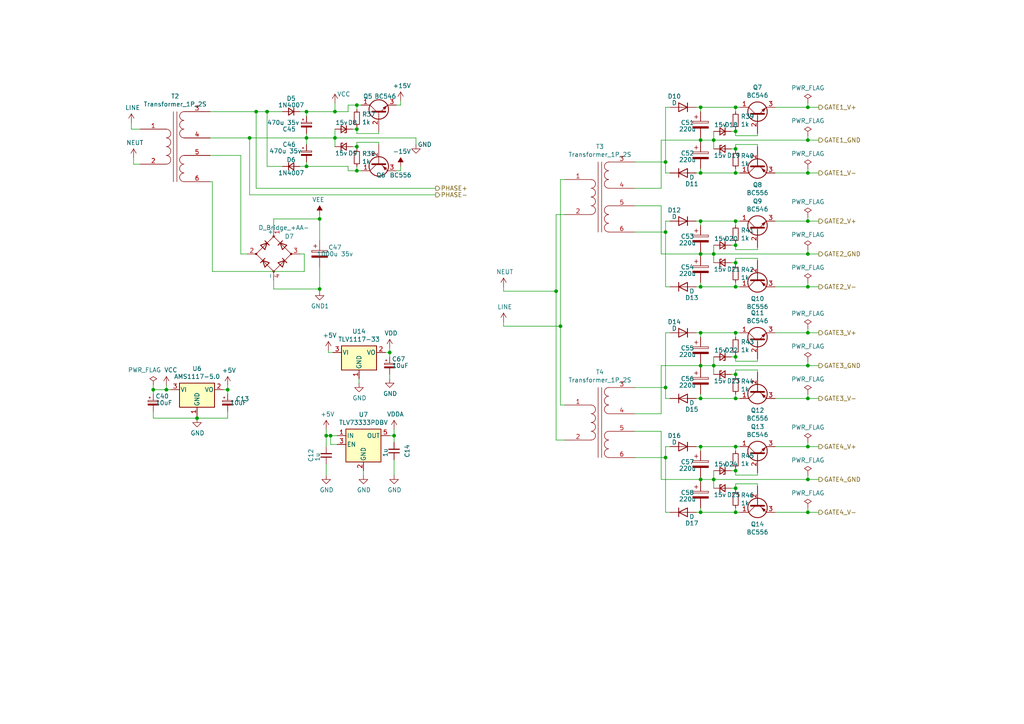
<source format=kicad_sch>
(kicad_sch (version 20200506) (host eeschema "5.99.0-unknown-1f9723c~101~ubuntu18.04.1")
  (page "A4")
  (junction (at 114.3 126.365))
  (junction (at 203.2 96.52))
  (junction (at 77.47 32.385))
  (junction (at 213.36 141.605))
  (junction (at 203.2 106.045))
  (junction (at 213.36 83.185))
  (junction (at 203.2 73.66))
  (junction (at 234.315 73.66))
  (junction (at 203.2 64.135))
  (junction (at 234.315 31.115))
  (junction (at 213.36 103.505))
  (junction (at 213.36 148.59))
  (junction (at 113.03 102.235))
  (junction (at 203.2 31.115))
  (junction (at 234.315 129.54))
  (junction (at 193.04 112.395))
  (junction (at 193.04 46.99))
  (junction (at 88.9 48.26))
  (junction (at 207.01 73.66))
  (junction (at 161.29 84.455))
  (junction (at 193.04 132.715))
  (junction (at 213.36 115.57))
  (junction (at 103.505 37.465))
  (junction (at 103.505 42.545))
  (junction (at 203.2 115.57))
  (junction (at 213.36 108.585))
  (junction (at 48.26 113.03))
  (junction (at 207.01 139.065))
  (junction (at 203.2 148.59))
  (junction (at 213.36 76.2))
  (junction (at 72.39 40.005))
  (junction (at 213.36 50.165))
  (junction (at 92.71 63.5))
  (junction (at 213.36 31.115))
  (junction (at 203.2 40.64))
  (junction (at 234.315 96.52))
  (junction (at 213.36 71.12))
  (junction (at 234.315 106.045))
  (junction (at 44.45 113.03))
  (junction (at 74.295 32.385))
  (junction (at 57.15 121.285))
  (junction (at 97.155 32.385))
  (junction (at 88.9 32.385))
  (junction (at 234.315 64.135))
  (junction (at 234.315 83.185))
  (junction (at 88.9 40.005))
  (junction (at 203.2 139.065))
  (junction (at 234.315 148.59))
  (junction (at 95.885 126.365))
  (junction (at 207.01 40.64))
  (junction (at 234.315 50.165))
  (junction (at 213.36 96.52))
  (junction (at 203.2 129.54))
  (junction (at 213.36 38.1))
  (junction (at 103.505 49.53))
  (junction (at 213.36 129.54))
  (junction (at 207.01 106.045))
  (junction (at 162.56 94.615))
  (junction (at 203.2 50.165))
  (junction (at 94.615 126.365))
  (junction (at 92.71 83.82))
  (junction (at 213.36 64.135))
  (junction (at 203.2 83.185))
  (junction (at 97.155 40.005))
  (junction (at 213.36 43.18))
  (junction (at 234.315 139.065))
  (junction (at 213.36 136.525))
  (junction (at 66.04 113.03))
  (junction (at 193.04 67.31))
  (junction (at 234.315 115.57))
  (junction (at 103.505 30.48))
  (junction (at 234.315 40.64))
  (wire (pts (xy 38.1 35.56) (xy 38.1 37.465)))
  (wire (pts (xy 38.1 37.465) (xy 40.64 37.465)))
  (wire (pts (xy 38.735 45.72) (xy 38.735 47.625)))
  (wire (pts (xy 38.735 47.625) (xy 40.64 47.625)))
  (wire (pts (xy 44.45 111.76) (xy 44.45 113.03)))
  (wire (pts (xy 44.45 113.03) (xy 44.45 114.3)))
  (wire (pts (xy 44.45 113.03) (xy 48.26 113.03)))
  (wire (pts (xy 44.45 119.38) (xy 44.45 121.285)))
  (wire (pts (xy 44.45 121.285) (xy 57.15 121.285)))
  (wire (pts (xy 48.26 111.76) (xy 48.26 113.03)))
  (wire (pts (xy 48.26 113.03) (xy 49.53 113.03)))
  (wire (pts (xy 57.15 120.65) (xy 57.15 121.285)))
  (wire (pts (xy 57.15 121.285) (xy 66.04 121.285)))
  (wire (pts (xy 60.96 32.385) (xy 74.295 32.385)))
  (wire (pts (xy 60.96 40.005) (xy 72.39 40.005)))
  (wire (pts (xy 60.96 45.085) (xy 69.85 45.085)))
  (wire (pts (xy 60.96 52.705) (xy 61.595 52.705)))
  (wire (pts (xy 61.595 52.705) (xy 61.595 78.74)))
  (wire (pts (xy 61.595 78.74) (xy 88.265 78.74)))
  (wire (pts (xy 64.77 113.03) (xy 66.04 113.03)))
  (wire (pts (xy 66.04 111.76) (xy 66.04 113.03)))
  (wire (pts (xy 66.04 113.03) (xy 66.04 114.3)))
  (wire (pts (xy 66.04 119.38) (xy 66.04 121.285)))
  (wire (pts (xy 69.85 45.085) (xy 69.85 73.66)))
  (wire (pts (xy 69.85 73.66) (xy 71.755 73.66)))
  (wire (pts (xy 72.39 40.005) (xy 88.9 40.005)))
  (wire (pts (xy 72.39 56.515) (xy 72.39 40.005)))
  (wire (pts (xy 72.39 56.515) (xy 126.365 56.515)))
  (wire (pts (xy 74.295 32.385) (xy 74.295 54.61)))
  (wire (pts (xy 74.295 32.385) (xy 77.47 32.385)))
  (wire (pts (xy 74.295 54.61) (xy 126.365 54.61)))
  (wire (pts (xy 77.47 32.385) (xy 81.915 32.385)))
  (wire (pts (xy 77.47 48.26) (xy 77.47 32.385)))
  (wire (pts (xy 77.47 48.26) (xy 81.915 48.26)))
  (wire (pts (xy 79.375 63.5) (xy 79.375 66.04)))
  (wire (pts (xy 79.375 63.5) (xy 92.71 63.5)))
  (wire (pts (xy 79.375 81.28) (xy 79.375 83.82)))
  (wire (pts (xy 79.375 83.82) (xy 92.71 83.82)))
  (wire (pts (xy 86.995 32.385) (xy 88.9 32.385)))
  (wire (pts (xy 86.995 48.26) (xy 88.9 48.26)))
  (wire (pts (xy 88.265 73.66) (xy 86.995 73.66)))
  (wire (pts (xy 88.265 78.74) (xy 88.265 73.66)))
  (wire (pts (xy 88.9 32.385) (xy 88.9 33.655)))
  (wire (pts (xy 88.9 32.385) (xy 97.155 32.385)))
  (wire (pts (xy 88.9 40.005) (xy 88.9 38.735)))
  (wire (pts (xy 88.9 40.005) (xy 88.9 41.91)))
  (wire (pts (xy 88.9 40.005) (xy 97.155 40.005)))
  (wire (pts (xy 88.9 48.26) (xy 88.9 46.99)))
  (wire (pts (xy 88.9 48.26) (xy 100.965 48.26)))
  (wire (pts (xy 92.71 62.23) (xy 92.71 63.5)))
  (wire (pts (xy 92.71 63.5) (xy 92.71 69.85)))
  (wire (pts (xy 92.71 77.47) (xy 92.71 83.82)))
  (wire (pts (xy 92.71 83.82) (xy 92.71 84.455)))
  (wire (pts (xy 94.615 124.46) (xy 94.615 126.365)))
  (wire (pts (xy 94.615 126.365) (xy 94.615 129.54)))
  (wire (pts (xy 94.615 126.365) (xy 95.885 126.365)))
  (wire (pts (xy 94.615 134.62) (xy 94.615 137.795)))
  (wire (pts (xy 95.25 101.6) (xy 95.25 102.235)))
  (wire (pts (xy 95.25 102.235) (xy 96.52 102.235)))
  (wire (pts (xy 95.885 126.365) (xy 95.885 128.905)))
  (wire (pts (xy 95.885 128.905) (xy 97.79 128.905)))
  (wire (pts (xy 97.155 29.845) (xy 97.155 32.385)))
  (wire (pts (xy 97.155 32.385) (xy 100.965 32.385)))
  (wire (pts (xy 97.155 37.465) (xy 97.155 40.005)))
  (wire (pts (xy 97.155 40.005) (xy 97.155 42.545)))
  (wire (pts (xy 97.155 40.005) (xy 120.65 40.005)))
  (wire (pts (xy 97.79 126.365) (xy 95.885 126.365)))
  (wire (pts (xy 100.965 30.48) (xy 103.505 30.48)))
  (wire (pts (xy 100.965 32.385) (xy 100.965 30.48)))
  (wire (pts (xy 100.965 48.26) (xy 100.965 49.53)))
  (wire (pts (xy 100.965 49.53) (xy 103.505 49.53)))
  (wire (pts (xy 102.235 37.465) (xy 103.505 37.465)))
  (wire (pts (xy 102.235 42.545) (xy 103.505 42.545)))
  (wire (pts (xy 103.505 30.48) (xy 103.505 31.75)))
  (wire (pts (xy 103.505 30.48) (xy 104.775 30.48)))
  (wire (pts (xy 103.505 36.83) (xy 103.505 37.465)))
  (wire (pts (xy 103.505 37.465) (xy 103.505 38.735)))
  (wire (pts (xy 103.505 38.735) (xy 109.855 38.735)))
  (wire (pts (xy 103.505 41.275) (xy 103.505 42.545)))
  (wire (pts (xy 103.505 42.545) (xy 103.505 43.18)))
  (wire (pts (xy 103.505 48.26) (xy 103.505 49.53)))
  (wire (pts (xy 103.505 49.53) (xy 104.775 49.53)))
  (wire (pts (xy 104.14 109.855) (xy 104.14 111.125)))
  (wire (pts (xy 105.41 136.525) (xy 105.41 137.795)))
  (wire (pts (xy 109.855 38.1) (xy 109.855 38.735)))
  (wire (pts (xy 109.855 41.275) (xy 103.505 41.275)))
  (wire (pts (xy 109.855 41.91) (xy 109.855 41.275)))
  (wire (pts (xy 111.76 102.235) (xy 113.03 102.235)))
  (wire (pts (xy 113.03 100.965) (xy 113.03 102.235)))
  (wire (pts (xy 113.03 102.235) (xy 113.03 103.505)))
  (wire (pts (xy 113.03 108.585) (xy 113.03 109.855)))
  (wire (pts (xy 113.03 126.365) (xy 114.3 126.365)))
  (wire (pts (xy 114.3 124.46) (xy 114.3 126.365)))
  (wire (pts (xy 114.3 126.365) (xy 114.3 128.27)))
  (wire (pts (xy 114.3 133.35) (xy 114.3 137.795)))
  (wire (pts (xy 114.935 30.48) (xy 116.205 30.48)))
  (wire (pts (xy 114.935 49.53) (xy 116.205 49.53)))
  (wire (pts (xy 116.205 30.48) (xy 116.205 29.21)))
  (wire (pts (xy 116.205 49.53) (xy 116.205 48.26)))
  (wire (pts (xy 120.65 40.005) (xy 120.65 41.91)))
  (wire (pts (xy 146.05 83.185) (xy 146.05 84.455)))
  (wire (pts (xy 146.05 84.455) (xy 161.29 84.455)))
  (wire (pts (xy 146.05 93.345) (xy 146.05 94.615)))
  (wire (pts (xy 146.05 94.615) (xy 162.56 94.615)))
  (wire (pts (xy 161.29 62.23) (xy 163.83 62.23)))
  (wire (pts (xy 161.29 84.455) (xy 161.29 62.23)))
  (wire (pts (xy 161.29 127.635) (xy 161.29 84.455)))
  (wire (pts (xy 162.56 52.07) (xy 163.83 52.07)))
  (wire (pts (xy 162.56 94.615) (xy 162.56 52.07)))
  (wire (pts (xy 162.56 117.475) (xy 162.56 94.615)))
  (wire (pts (xy 162.56 117.475) (xy 163.83 117.475)))
  (wire (pts (xy 163.83 127.635) (xy 161.29 127.635)))
  (wire (pts (xy 184.15 46.99) (xy 193.04 46.99)))
  (wire (pts (xy 184.15 54.61) (xy 191.77 54.61)))
  (wire (pts (xy 184.15 59.69) (xy 191.77 59.69)))
  (wire (pts (xy 184.15 67.31) (xy 193.04 67.31)))
  (wire (pts (xy 184.15 112.395) (xy 193.04 112.395)))
  (wire (pts (xy 184.15 120.015) (xy 191.77 120.015)))
  (wire (pts (xy 184.15 125.095) (xy 191.77 125.095)))
  (wire (pts (xy 184.15 132.715) (xy 193.04 132.715)))
  (wire (pts (xy 191.77 40.64) (xy 203.2 40.64)))
  (wire (pts (xy 191.77 54.61) (xy 191.77 40.64)))
  (wire (pts (xy 191.77 59.69) (xy 191.77 73.66)))
  (wire (pts (xy 191.77 73.66) (xy 203.2 73.66)))
  (wire (pts (xy 191.77 106.045) (xy 203.2 106.045)))
  (wire (pts (xy 191.77 120.015) (xy 191.77 106.045)))
  (wire (pts (xy 191.77 125.095) (xy 191.77 139.065)))
  (wire (pts (xy 191.77 139.065) (xy 203.2 139.065)))
  (wire (pts (xy 193.04 31.115) (xy 194.31 31.115)))
  (wire (pts (xy 193.04 46.99) (xy 193.04 31.115)))
  (wire (pts (xy 193.04 50.165) (xy 193.04 46.99)))
  (wire (pts (xy 193.04 50.165) (xy 194.31 50.165)))
  (wire (pts (xy 193.04 64.135) (xy 193.04 67.31)))
  (wire (pts (xy 193.04 64.135) (xy 194.31 64.135)))
  (wire (pts (xy 193.04 67.31) (xy 193.04 83.185)))
  (wire (pts (xy 193.04 96.52) (xy 194.31 96.52)))
  (wire (pts (xy 193.04 112.395) (xy 193.04 96.52)))
  (wire (pts (xy 193.04 115.57) (xy 193.04 112.395)))
  (wire (pts (xy 193.04 115.57) (xy 194.31 115.57)))
  (wire (pts (xy 193.04 129.54) (xy 193.04 132.715)))
  (wire (pts (xy 193.04 129.54) (xy 194.31 129.54)))
  (wire (pts (xy 193.04 132.715) (xy 193.04 148.59)))
  (wire (pts (xy 194.31 83.185) (xy 193.04 83.185)))
  (wire (pts (xy 194.31 148.59) (xy 193.04 148.59)))
  (wire (pts (xy 201.93 31.115) (xy 203.2 31.115)))
  (wire (pts (xy 201.93 50.165) (xy 203.2 50.165)))
  (wire (pts (xy 201.93 64.135) (xy 203.2 64.135)))
  (wire (pts (xy 201.93 83.185) (xy 203.2 83.185)))
  (wire (pts (xy 201.93 96.52) (xy 203.2 96.52)))
  (wire (pts (xy 201.93 115.57) (xy 203.2 115.57)))
  (wire (pts (xy 201.93 129.54) (xy 203.2 129.54)))
  (wire (pts (xy 201.93 148.59) (xy 203.2 148.59)))
  (wire (pts (xy 203.2 31.115) (xy 203.2 32.385)))
  (wire (pts (xy 203.2 31.115) (xy 213.36 31.115)))
  (wire (pts (xy 203.2 40.005) (xy 203.2 40.64)))
  (wire (pts (xy 203.2 40.64) (xy 203.2 41.275)))
  (wire (pts (xy 203.2 40.64) (xy 207.01 40.64)))
  (wire (pts (xy 203.2 50.165) (xy 203.2 48.895)))
  (wire (pts (xy 203.2 50.165) (xy 213.36 50.165)))
  (wire (pts (xy 203.2 64.135) (xy 203.2 65.405)))
  (wire (pts (xy 203.2 64.135) (xy 213.36 64.135)))
  (wire (pts (xy 203.2 73.025) (xy 203.2 73.66)))
  (wire (pts (xy 203.2 73.66) (xy 203.2 74.295)))
  (wire (pts (xy 203.2 73.66) (xy 207.01 73.66)))
  (wire (pts (xy 203.2 83.185) (xy 203.2 81.915)))
  (wire (pts (xy 203.2 83.185) (xy 213.36 83.185)))
  (wire (pts (xy 203.2 96.52) (xy 203.2 97.79)))
  (wire (pts (xy 203.2 96.52) (xy 213.36 96.52)))
  (wire (pts (xy 203.2 105.41) (xy 203.2 106.045)))
  (wire (pts (xy 203.2 106.045) (xy 203.2 106.68)))
  (wire (pts (xy 203.2 106.045) (xy 207.01 106.045)))
  (wire (pts (xy 203.2 115.57) (xy 203.2 114.3)))
  (wire (pts (xy 203.2 115.57) (xy 213.36 115.57)))
  (wire (pts (xy 203.2 129.54) (xy 203.2 130.81)))
  (wire (pts (xy 203.2 129.54) (xy 213.36 129.54)))
  (wire (pts (xy 203.2 138.43) (xy 203.2 139.065)))
  (wire (pts (xy 203.2 139.065) (xy 203.2 139.7)))
  (wire (pts (xy 203.2 139.065) (xy 207.01 139.065)))
  (wire (pts (xy 203.2 148.59) (xy 203.2 147.32)))
  (wire (pts (xy 203.2 148.59) (xy 213.36 148.59)))
  (wire (pts (xy 207.01 40.64) (xy 207.01 38.1)))
  (wire (pts (xy 207.01 40.64) (xy 207.01 43.18)))
  (wire (pts (xy 207.01 40.64) (xy 234.315 40.64)))
  (wire (pts (xy 207.01 73.66) (xy 207.01 71.12)))
  (wire (pts (xy 207.01 73.66) (xy 207.01 76.2)))
  (wire (pts (xy 207.01 73.66) (xy 234.315 73.66)))
  (wire (pts (xy 207.01 106.045) (xy 207.01 103.505)))
  (wire (pts (xy 207.01 106.045) (xy 207.01 108.585)))
  (wire (pts (xy 207.01 106.045) (xy 234.315 106.045)))
  (wire (pts (xy 207.01 139.065) (xy 207.01 136.525)))
  (wire (pts (xy 207.01 139.065) (xy 207.01 141.605)))
  (wire (pts (xy 207.01 139.065) (xy 234.315 139.065)))
  (wire (pts (xy 212.09 38.1) (xy 213.36 38.1)))
  (wire (pts (xy 212.09 43.18) (xy 213.36 43.18)))
  (wire (pts (xy 212.09 71.12) (xy 213.36 71.12)))
  (wire (pts (xy 212.09 76.2) (xy 213.36 76.2)))
  (wire (pts (xy 212.09 103.505) (xy 213.36 103.505)))
  (wire (pts (xy 212.09 108.585) (xy 213.36 108.585)))
  (wire (pts (xy 212.09 136.525) (xy 213.36 136.525)))
  (wire (pts (xy 212.09 141.605) (xy 213.36 141.605)))
  (wire (pts (xy 213.36 31.115) (xy 213.36 32.385)))
  (wire (pts (xy 213.36 31.115) (xy 214.63 31.115)))
  (wire (pts (xy 213.36 37.465) (xy 213.36 38.1)))
  (wire (pts (xy 213.36 38.1) (xy 213.36 39.37)))
  (wire (pts (xy 213.36 39.37) (xy 219.71 39.37)))
  (wire (pts (xy 213.36 41.91) (xy 213.36 43.18)))
  (wire (pts (xy 213.36 43.18) (xy 213.36 43.815)))
  (wire (pts (xy 213.36 48.895) (xy 213.36 50.165)))
  (wire (pts (xy 213.36 50.165) (xy 214.63 50.165)))
  (wire (pts (xy 213.36 64.135) (xy 213.36 65.405)))
  (wire (pts (xy 213.36 64.135) (xy 214.63 64.135)))
  (wire (pts (xy 213.36 70.485) (xy 213.36 71.12)))
  (wire (pts (xy 213.36 71.12) (xy 213.36 72.39)))
  (wire (pts (xy 213.36 72.39) (xy 219.71 72.39)))
  (wire (pts (xy 213.36 74.93) (xy 213.36 76.2)))
  (wire (pts (xy 213.36 76.2) (xy 213.36 76.835)))
  (wire (pts (xy 213.36 81.915) (xy 213.36 83.185)))
  (wire (pts (xy 213.36 83.185) (xy 214.63 83.185)))
  (wire (pts (xy 213.36 96.52) (xy 213.36 97.79)))
  (wire (pts (xy 213.36 96.52) (xy 214.63 96.52)))
  (wire (pts (xy 213.36 102.87) (xy 213.36 103.505)))
  (wire (pts (xy 213.36 103.505) (xy 213.36 104.775)))
  (wire (pts (xy 213.36 104.775) (xy 219.71 104.775)))
  (wire (pts (xy 213.36 107.315) (xy 213.36 108.585)))
  (wire (pts (xy 213.36 108.585) (xy 213.36 109.22)))
  (wire (pts (xy 213.36 114.3) (xy 213.36 115.57)))
  (wire (pts (xy 213.36 115.57) (xy 214.63 115.57)))
  (wire (pts (xy 213.36 129.54) (xy 213.36 130.81)))
  (wire (pts (xy 213.36 129.54) (xy 214.63 129.54)))
  (wire (pts (xy 213.36 135.89) (xy 213.36 136.525)))
  (wire (pts (xy 213.36 136.525) (xy 213.36 137.795)))
  (wire (pts (xy 213.36 137.795) (xy 219.71 137.795)))
  (wire (pts (xy 213.36 140.335) (xy 213.36 141.605)))
  (wire (pts (xy 213.36 141.605) (xy 213.36 142.24)))
  (wire (pts (xy 213.36 147.32) (xy 213.36 148.59)))
  (wire (pts (xy 213.36 148.59) (xy 214.63 148.59)))
  (wire (pts (xy 219.71 38.735) (xy 219.71 39.37)))
  (wire (pts (xy 219.71 41.91) (xy 213.36 41.91)))
  (wire (pts (xy 219.71 42.545) (xy 219.71 41.91)))
  (wire (pts (xy 219.71 71.755) (xy 219.71 72.39)))
  (wire (pts (xy 219.71 74.93) (xy 213.36 74.93)))
  (wire (pts (xy 219.71 75.565) (xy 219.71 74.93)))
  (wire (pts (xy 219.71 104.14) (xy 219.71 104.775)))
  (wire (pts (xy 219.71 107.315) (xy 213.36 107.315)))
  (wire (pts (xy 219.71 107.95) (xy 219.71 107.315)))
  (wire (pts (xy 219.71 137.16) (xy 219.71 137.795)))
  (wire (pts (xy 219.71 140.335) (xy 213.36 140.335)))
  (wire (pts (xy 219.71 140.97) (xy 219.71 140.335)))
  (wire (pts (xy 224.79 31.115) (xy 234.315 31.115)))
  (wire (pts (xy 224.79 50.165) (xy 234.315 50.165)))
  (wire (pts (xy 224.79 64.135) (xy 234.315 64.135)))
  (wire (pts (xy 224.79 83.185) (xy 234.315 83.185)))
  (wire (pts (xy 224.79 96.52) (xy 234.315 96.52)))
  (wire (pts (xy 224.79 115.57) (xy 234.315 115.57)))
  (wire (pts (xy 224.79 129.54) (xy 234.315 129.54)))
  (wire (pts (xy 224.79 148.59) (xy 234.315 148.59)))
  (wire (pts (xy 234.315 29.845) (xy 234.315 31.115)))
  (wire (pts (xy 234.315 31.115) (xy 237.49 31.115)))
  (wire (pts (xy 234.315 39.37) (xy 234.315 40.64)))
  (wire (pts (xy 234.315 40.64) (xy 237.49 40.64)))
  (wire (pts (xy 234.315 48.895) (xy 234.315 50.165)))
  (wire (pts (xy 234.315 50.165) (xy 237.49 50.165)))
  (wire (pts (xy 234.315 62.865) (xy 234.315 64.135)))
  (wire (pts (xy 234.315 64.135) (xy 237.49 64.135)))
  (wire (pts (xy 234.315 72.39) (xy 234.315 73.66)))
  (wire (pts (xy 234.315 73.66) (xy 237.49 73.66)))
  (wire (pts (xy 234.315 81.915) (xy 234.315 83.185)))
  (wire (pts (xy 234.315 83.185) (xy 237.49 83.185)))
  (wire (pts (xy 234.315 95.25) (xy 234.315 96.52)))
  (wire (pts (xy 234.315 96.52) (xy 237.49 96.52)))
  (wire (pts (xy 234.315 104.775) (xy 234.315 106.045)))
  (wire (pts (xy 234.315 106.045) (xy 237.49 106.045)))
  (wire (pts (xy 234.315 114.3) (xy 234.315 115.57)))
  (wire (pts (xy 234.315 115.57) (xy 237.49 115.57)))
  (wire (pts (xy 234.315 128.27) (xy 234.315 129.54)))
  (wire (pts (xy 234.315 129.54) (xy 237.49 129.54)))
  (wire (pts (xy 234.315 137.795) (xy 234.315 139.065)))
  (wire (pts (xy 234.315 139.065) (xy 237.49 139.065)))
  (wire (pts (xy 234.315 147.32) (xy 234.315 148.59)))
  (wire (pts (xy 234.315 148.59) (xy 237.49 148.59)))
  (hierarchical_label "PHASE+" (shape output) (at 126.365 54.61 0))
  (hierarchical_label "PHASE-" (shape output) (at 126.365 56.515 0))
  (hierarchical_label "GATE1_V+" (shape output) (at 237.49 31.115 0))
  (hierarchical_label "GATE1_GND" (shape output) (at 237.49 40.64 0))
  (hierarchical_label "GATE1_V-" (shape output) (at 237.49 50.165 0))
  (hierarchical_label "GATE2_V+" (shape output) (at 237.49 64.135 0))
  (hierarchical_label "GATE2_GND" (shape output) (at 237.49 73.66 0))
  (hierarchical_label "GATE2_V-" (shape output) (at 237.49 83.185 0))
  (hierarchical_label "GATE3_V+" (shape output) (at 237.49 96.52 0))
  (hierarchical_label "GATE3_GND" (shape output) (at 237.49 106.045 0))
  (hierarchical_label "GATE3_V-" (shape output) (at 237.49 115.57 0))
  (hierarchical_label "GATE4_V+" (shape output) (at 237.49 129.54 0))
  (hierarchical_label "GATE4_GND" (shape output) (at 237.49 139.065 0))
  (hierarchical_label "GATE4_V-" (shape output) (at 237.49 148.59 0))
  (symbol (lib_name "power:PWR_FLAG_1") (lib_id "power:PWR_FLAG") (at 44.45 111.76 0) (unit 1)
    (property "Reference" "#FLG0120" (effects hide))
    (property "Value" "PWR_FLAG" (at 41.91 107.315 0))
  )
  (symbol (lib_id "power:PWR_FLAG") (at 234.315 29.845 0) (unit 1)
    (property "Reference" "#FLG0109" (effects hide))
    (property "Value" "PWR_FLAG" (at 234.315 25.5206 0))
  )
  (symbol (lib_id "power:PWR_FLAG") (at 234.315 39.37 0) (unit 1)
    (property "Reference" "#FLG0110" (effects hide))
    (property "Value" "PWR_FLAG" (at 234.315 35.0456 0))
  )
  (symbol (lib_id "power:PWR_FLAG") (at 234.315 48.895 0) (unit 1)
    (property "Reference" "#FLG0108" (effects hide))
    (property "Value" "PWR_FLAG" (at 234.315 44.577 0))
  )
  (symbol (lib_id "power:PWR_FLAG") (at 234.315 62.865 0) (unit 1)
    (property "Reference" "#FLG0117" (effects hide))
    (property "Value" "PWR_FLAG" (at 234.315 58.547 0))
  )
  (symbol (lib_id "power:PWR_FLAG") (at 234.315 72.39 0) (unit 1)
    (property "Reference" "#FLG0118" (effects hide))
    (property "Value" "PWR_FLAG" (at 234.315 68.072 0))
  )
  (symbol (lib_id "power:PWR_FLAG") (at 234.315 81.915 0) (unit 1)
    (property "Reference" "#FLG0119" (effects hide))
    (property "Value" "PWR_FLAG" (at 234.315 77.597 0))
  )
  (symbol (lib_id "power:PWR_FLAG") (at 234.315 95.25 0) (unit 1)
    (property "Reference" "#FLG0115" (effects hide))
    (property "Value" "PWR_FLAG" (at 234.315 90.932 0))
  )
  (symbol (lib_id "power:PWR_FLAG") (at 234.315 104.775 0) (unit 1)
    (property "Reference" "#FLG0116" (effects hide))
    (property "Value" "PWR_FLAG" (at 234.315 100.457 0))
  )
  (symbol (lib_id "power:PWR_FLAG") (at 234.315 114.3 0) (unit 1)
    (property "Reference" "#FLG0114" (effects hide))
    (property "Value" "PWR_FLAG" (at 234.315 109.982 0))
  )
  (symbol (lib_id "power:PWR_FLAG") (at 234.315 128.27 0) (unit 1)
    (property "Reference" "#FLG0112" (effects hide))
    (property "Value" "PWR_FLAG" (at 234.315 123.952 0))
  )
  (symbol (lib_id "power:PWR_FLAG") (at 234.315 137.795 0) (unit 1)
    (property "Reference" "#FLG0113" (effects hide))
    (property "Value" "PWR_FLAG" (at 234.315 133.477 0))
  )
  (symbol (lib_id "power:PWR_FLAG") (at 234.315 147.32 0) (unit 1)
    (property "Reference" "#FLG0111" (effects hide))
    (property "Value" "PWR_FLAG" (at 234.315 143.002 0))
  )
  (symbol (lib_id "power:LINE") (at 38.1 35.56 0) (unit 1)
    (property "Reference" "#PWR039" (effects hide))
    (property "Value" "LINE" (at 38.481 31.242 0))
  )
  (symbol (lib_id "power:NEUT") (at 38.735 45.72 0) (unit 1)
    (property "Reference" "#PWR040" (effects hide))
    (property "Value" "NEUT" (at 39.116 41.402 0))
  )
  (symbol (lib_id "power:VCC") (at 48.26 111.76 0) (unit 1)
    (property "Reference" "#PWR019" (effects hide))
    (property "Value" "VCC" (at 49.53 107.315 0))
  )
  (symbol (lib_id "power:+5V") (at 66.04 111.76 0) (unit 1)
    (property "Reference" "#PWR021" (effects hide))
    (property "Value" "+5V" (at 66.421 107.442 0))
  )
  (symbol (lib_id "power:VEE") (at 92.71 62.23 0) (mirror y) (unit 1)
    (property "Reference" "#PWR042" (effects hide))
    (property "Value" "VEE" (at 92.329 57.912 0))
  )
  (symbol (lib_id "power:+5V") (at 94.615 124.46 0) (unit 1)
    (property "Reference" "#PWR0101" (effects hide))
    (property "Value" "+5V" (at 94.996 120.142 0))
  )
  (symbol (lib_id "power:+5V") (at 95.25 101.6 0) (unit 1)
    (property "Reference" "#PWR0106" (effects hide))
    (property "Value" "+5V" (at 95.631 97.282 0))
  )
  (symbol (lib_id "power:VCC") (at 97.155 29.845 0) (unit 1)
    (property "Reference" "#PWR041" (effects hide))
    (property "Value" "VCC" (at 99.695 27.305 0))
  )
  (symbol (lib_id "power:VDD") (at 113.03 100.965 0) (unit 1)
    (property "Reference" "#PWR028" (effects hide))
    (property "Value" "VDD" (at 113.411 96.647 0))
  )
  (symbol (lib_id "power:VDDA") (at 114.3 124.46 0) (unit 1)
    (property "Reference" "#PWR030" (effects hide))
    (property "Value" "VDDA" (at 114.681 120.142 0))
  )
  (symbol (lib_id "power:+15V") (at 116.205 29.21 0) (unit 1)
    (property "Reference" "#PWR044" (effects hide))
    (property "Value" "+15V" (at 116.5733 24.8856 0))
  )
  (symbol (lib_id "power:-15V") (at 116.205 48.26 0) (unit 1)
    (property "Reference" "#PWR045" (effects hide))
    (property "Value" "-15V" (at 116.5733 43.9356 0))
  )
  (symbol (lib_id "power:NEUT") (at 146.05 83.185 0) (unit 1)
    (property "Reference" "#PWR056" (effects hide))
    (property "Value" "NEUT" (at 146.4183 78.8606 0))
  )
  (symbol (lib_id "power:LINE") (at 146.05 93.345 0) (unit 1)
    (property "Reference" "#PWR055" (effects hide))
    (property "Value" "LINE" (at 146.4183 89.0206 0))
  )
  (symbol (lib_id "power:GND") (at 57.15 121.285 0) (unit 1)
    (property "Reference" "#PWR020" (effects hide))
    (property "Value" "GND" (at 57.277 125.603 0))
  )
  (symbol (lib_id "power:GND1") (at 92.71 84.455 0) (unit 1)
    (property "Reference" "#PWR043" (effects hide))
    (property "Value" "GND1" (at 92.8243 88.7794 0))
  )
  (symbol (lib_id "power:GND") (at 94.615 137.795 0) (unit 1)
    (property "Reference" "#PWR0109" (effects hide))
    (property "Value" "GND" (at 94.742 142.113 0))
  )
  (symbol (lib_id "power:GND") (at 104.14 111.125 0) (unit 1)
    (property "Reference" "#PWR0102" (effects hide))
    (property "Value" "GND" (at 104.267 115.443 0))
  )
  (symbol (lib_id "power:GND") (at 105.41 137.795 0) (unit 1)
    (property "Reference" "#PWR0103" (effects hide))
    (property "Value" "GND" (at 105.537 142.113 0))
  )
  (symbol (lib_id "power:GND") (at 113.03 109.855 0) (unit 1)
    (property "Reference" "#PWR053" (effects hide))
    (property "Value" "GND" (at 113.157 114.173 0))
  )
  (symbol (lib_id "power:GND") (at 114.3 137.795 0) (unit 1)
    (property "Reference" "#PWR0104" (effects hide))
    (property "Value" "GND" (at 114.427 142.113 0))
  )
  (symbol (lib_id "power:GND") (at 120.65 41.91 0) (unit 1)
    (property "Reference" "#PWR046" (effects hide))
    (property "Value" "GND" (at 123.19 41.91 0))
  )
  (symbol (lib_name "Device:R_Small_1") (lib_id "Device:R_Small") (at 103.505 34.29 0) (unit 1)
    (property "Reference" "R37" (at 105.0036 33.147 0) (effects (justify left)))
    (property "Value" "1k" (at 105.0036 35.433 0) (effects (justify left)))
    (property "Footprint" "Resistor_THT:R_Axial_DIN0204_L3.6mm_D1.6mm_P5.08mm_Horizontal" (effects hide))
    (property "Link" "https://ozdisan.com/passive-components/resistors/tht-through-hole-resistors/CFR0W8J0102A50" (effects hide))
    (property "Price" "0.03898TL" (effects hide))
  )
  (symbol (lib_name "Device:R_Small_2") (lib_id "Device:R_Small") (at 103.505 45.72 0) (unit 1)
    (property "Reference" "R38" (at 105.0036 44.577 0) (effects (justify left)))
    (property "Value" "1k" (at 105.0036 46.863 0) (effects (justify left)))
    (property "Footprint" "Resistor_THT:R_Axial_DIN0204_L3.6mm_D1.6mm_P5.08mm_Horizontal" (effects hide))
    (property "Link" "https://ozdisan.com/passive-components/resistors/tht-through-hole-resistors/CFR0W8J0102A50" (effects hide))
    (property "Price" "0.03898TL" (effects hide))
  )
  (symbol (lib_name "Device:R_Small_3") (lib_id "Device:R_Small") (at 213.36 34.925 0) (unit 1)
    (property "Reference" "R39" (at 214.8586 33.782 0) (effects (justify left)))
    (property "Value" "1k" (at 214.8586 36.068 0) (effects (justify left)))
    (property "Footprint" "Resistor_THT:R_Axial_DIN0204_L3.6mm_D1.6mm_P5.08mm_Horizontal" (effects hide))
    (property "Link" "https://ozdisan.com/passive-components/resistors/tht-through-hole-resistors/CFR0W8J0102A50" (effects hide))
    (property "Price" "0.03898TL" (effects hide))
  )
  (symbol (lib_id "Device:R_Small") (at 213.36 46.355 0) (unit 1)
    (property "Reference" "R40" (at 214.8586 45.212 0) (effects (justify left)))
    (property "Value" "1k" (at 214.8586 47.498 0) (effects (justify left)))
    (property "Footprint" "Resistor_THT:R_Axial_DIN0204_L3.6mm_D1.6mm_P5.08mm_Horizontal" (effects hide))
    (property "Link" "https://ozdisan.com/passive-components/resistors/tht-through-hole-resistors/CFR0W8J0102A50" (effects hide))
    (property "Price" "0.03898TL" (effects hide))
  )
  (symbol (lib_id "Device:R_Small") (at 213.36 67.945 0) (unit 1)
    (property "Reference" "R41" (at 214.8586 66.802 0) (effects (justify left)))
    (property "Value" "1k" (at 214.8586 69.088 0) (effects (justify left)))
    (property "Footprint" "Resistor_THT:R_Axial_DIN0204_L3.6mm_D1.6mm_P5.08mm_Horizontal" (effects hide))
    (property "Link" "https://ozdisan.com/passive-components/resistors/tht-through-hole-resistors/CFR0W8J0102A50" (effects hide))
    (property "Price" "0.03898TL" (effects hide))
  )
  (symbol (lib_id "Device:R_Small") (at 213.36 79.375 0) (unit 1)
    (property "Reference" "R42" (at 214.8586 78.232 0) (effects (justify left)))
    (property "Value" "1k" (at 214.8586 80.518 0) (effects (justify left)))
    (property "Footprint" "Resistor_THT:R_Axial_DIN0204_L3.6mm_D1.6mm_P5.08mm_Horizontal" (effects hide))
    (property "Link" "https://ozdisan.com/passive-components/resistors/tht-through-hole-resistors/CFR0W8J0102A50" (effects hide))
    (property "Price" "0.03898TL" (effects hide))
  )
  (symbol (lib_name "Device:R_Small_4") (lib_id "Device:R_Small") (at 213.36 100.33 0) (unit 1)
    (property "Reference" "R43" (at 214.8586 99.187 0) (effects (justify left)))
    (property "Value" "1k" (at 214.8586 101.473 0) (effects (justify left)))
    (property "Footprint" "Resistor_THT:R_Axial_DIN0204_L3.6mm_D1.6mm_P5.08mm_Horizontal" (effects hide))
    (property "Link" "https://ozdisan.com/passive-components/resistors/tht-through-hole-resistors/CFR0W8J0102A50" (effects hide))
    (property "Price" "0.03898TL" (effects hide))
  )
  (symbol (lib_id "Device:R_Small") (at 213.36 111.76 0) (unit 1)
    (property "Reference" "R44" (at 214.8586 110.617 0) (effects (justify left)))
    (property "Value" "1k" (at 214.8586 112.903 0) (effects (justify left)))
    (property "Footprint" "Resistor_THT:R_Axial_DIN0204_L3.6mm_D1.6mm_P5.08mm_Horizontal" (effects hide))
    (property "Link" "https://ozdisan.com/passive-components/resistors/tht-through-hole-resistors/CFR0W8J0102A50" (effects hide))
    (property "Price" "0.03898TL" (effects hide))
  )
  (symbol (lib_id "Device:R_Small") (at 213.36 133.35 0) (unit 1)
    (property "Reference" "R45" (at 214.8586 132.207 0) (effects (justify left)))
    (property "Value" "1k" (at 214.8586 134.493 0) (effects (justify left)))
    (property "Footprint" "Resistor_THT:R_Axial_DIN0204_L3.6mm_D1.6mm_P5.08mm_Horizontal" (effects hide))
    (property "Link" "https://ozdisan.com/passive-components/resistors/tht-through-hole-resistors/CFR0W8J0102A50" (effects hide))
    (property "Price" "0.03898TL" (effects hide))
  )
  (symbol (lib_id "Device:R_Small") (at 213.36 144.78 0) (unit 1)
    (property "Reference" "R46" (at 214.8586 143.637 0) (effects (justify left)))
    (property "Value" "1k" (at 214.8586 145.923 0) (effects (justify left)))
    (property "Footprint" "Resistor_THT:R_Axial_DIN0204_L3.6mm_D1.6mm_P5.08mm_Horizontal" (effects hide))
    (property "Link" "https://ozdisan.com/passive-components/resistors/tht-through-hole-resistors/CFR0W8J0102A50" (effects hide))
    (property "Price" "0.03898TL" (effects hide))
  )
  (symbol (lib_id "Device:D_Small") (at 84.455 32.385 180) (unit 1)
    (property "Reference" "D5" (at 84.455 28.575 0))
    (property "Value" "1N4007" (at 84.455 30.48 0))
    (property "Footprint" "Diode_THT:D_A-405_P10.16mm_Horizontal" (effects hide))
    (property "Link" "https://ozdisan.com/power-semiconductors/diodes-diode-modules-and-rectifiers/general-purpose-diodes/1N4007-JQ" (effects hide))
    (property "Price" "0.08621TL" (effects hide))
  )
  (symbol (lib_id "Device:D_Small") (at 84.455 48.26 0) (unit 1)
    (property "Reference" "D6" (at 84.455 46.355 0))
    (property "Value" "1N4007" (at 84.455 50.165 0))
    (property "Footprint" "Diode_THT:D_A-405_P10.16mm_Horizontal" (effects hide))
    (property "Link" "https://ozdisan.com/power-semiconductors/diodes-diode-modules-and-rectifiers/general-purpose-diodes/1N4007-JQ" (effects hide))
    (property "Price" "0.08621TL" (effects hide))
  )
  (symbol (lib_name "Device:D_Zener_Small_1") (lib_id "Device:D_Zener_Small") (at 99.695 37.465 180) (unit 1)
    (property "Reference" "D8" (at 102.235 35.56 0))
    (property "Value" "15v" (at 99.06 35.56 0))
    (property "Footprint" "Diode_THT:D_DO-35_SOD27_P7.62mm_Horizontal" (effects hide))
    (property "Link" "https://ozdisan.com/power-semiconductors/diodes-diode-modules-and-rectifiers/zener-diodes/BZX55C15AY10001" (effects hide))
    (property "Price" "0.13551TL" (effects hide))
  )
  (symbol (lib_name "Device:D_Zener_Small_2") (lib_id "Device:D_Zener_Small") (at 99.695 42.545 0) (unit 1)
    (property "Reference" "D9" (at 100.965 44.45 0) (effects (justify left)))
    (property "Value" "15v" (at 97.155 44.45 0) (effects (justify left)))
    (property "Footprint" "Diode_THT:D_DO-35_SOD27_P7.62mm_Horizontal" (effects hide))
    (property "Link" "https://ozdisan.com/power-semiconductors/diodes-diode-modules-and-rectifiers/zener-diodes/BZX55C15AY10001" (effects hide))
    (property "Price" "0.13551TL" (effects hide))
  )
  (symbol (lib_id "Device:D_Zener_Small") (at 209.55 38.1 180) (unit 1)
    (property "Reference" "D18" (at 212.09 36.195 0))
    (property "Value" "15v" (at 208.915 36.195 0))
    (property "Footprint" "Diode_THT:D_DO-35_SOD27_P7.62mm_Horizontal" (effects hide))
    (property "Link" "https://ozdisan.com/power-semiconductors/diodes-diode-modules-and-rectifiers/zener-diodes/BZX55C15AY10001" (effects hide))
    (property "Price" "0.13551TL" (effects hide))
  )
  (symbol (lib_id "Device:D_Zener_Small") (at 209.55 43.18 0) (unit 1)
    (property "Reference" "D19" (at 210.82 45.085 0) (effects (justify left)))
    (property "Value" "15v" (at 207.01 45.085 0) (effects (justify left)))
    (property "Footprint" "Diode_THT:D_DO-35_SOD27_P7.62mm_Horizontal" (effects hide))
    (property "Link" "https://ozdisan.com/power-semiconductors/diodes-diode-modules-and-rectifiers/zener-diodes/BZX55C15AY10001" (effects hide))
    (property "Price" "0.13551TL" (effects hide))
  )
  (symbol (lib_id "Device:D_Zener_Small") (at 209.55 71.12 180) (unit 1)
    (property "Reference" "D20" (at 212.09 69.215 0))
    (property "Value" "15v" (at 208.915 69.215 0))
    (property "Footprint" "Diode_THT:D_DO-35_SOD27_P7.62mm_Horizontal" (effects hide))
    (property "Link" "https://ozdisan.com/power-semiconductors/diodes-diode-modules-and-rectifiers/zener-diodes/BZX55C15AY10001" (effects hide))
    (property "Price" "0.13551TL" (effects hide))
  )
  (symbol (lib_id "Device:D_Zener_Small") (at 209.55 76.2 0) (unit 1)
    (property "Reference" "D21" (at 210.82 78.105 0) (effects (justify left)))
    (property "Value" "15v" (at 207.01 78.105 0) (effects (justify left)))
    (property "Footprint" "Diode_THT:D_DO-35_SOD27_P7.62mm_Horizontal" (effects hide))
    (property "Link" "https://ozdisan.com/power-semiconductors/diodes-diode-modules-and-rectifiers/zener-diodes/BZX55C15AY10001" (effects hide))
    (property "Price" "0.13551TL" (effects hide))
  )
  (symbol (lib_id "Device:D_Zener_Small") (at 209.55 103.505 180) (unit 1)
    (property "Reference" "D22" (at 212.09 101.6 0))
    (property "Value" "15v" (at 208.915 101.6 0))
    (property "Footprint" "Diode_THT:D_DO-35_SOD27_P7.62mm_Horizontal" (effects hide))
    (property "Link" "https://ozdisan.com/power-semiconductors/diodes-diode-modules-and-rectifiers/zener-diodes/BZX55C15AY10001" (effects hide))
    (property "Price" "0.13551TL" (effects hide))
  )
  (symbol (lib_id "Device:D_Zener_Small") (at 209.55 108.585 0) (unit 1)
    (property "Reference" "D23" (at 210.82 110.49 0) (effects (justify left)))
    (property "Value" "15v" (at 207.01 110.49 0) (effects (justify left)))
    (property "Footprint" "Diode_THT:D_DO-35_SOD27_P7.62mm_Horizontal" (effects hide))
    (property "Link" "https://ozdisan.com/power-semiconductors/diodes-diode-modules-and-rectifiers/zener-diodes/BZX55C15AY10001" (effects hide))
    (property "Price" "0.13551TL" (effects hide))
  )
  (symbol (lib_id "Device:D_Zener_Small") (at 209.55 136.525 180) (unit 1)
    (property "Reference" "D24" (at 212.09 134.62 0))
    (property "Value" "15v" (at 208.915 134.62 0))
    (property "Footprint" "Diode_THT:D_DO-35_SOD27_P7.62mm_Horizontal" (effects hide))
    (property "Link" "https://ozdisan.com/power-semiconductors/diodes-diode-modules-and-rectifiers/zener-diodes/BZX55C15AY10001" (effects hide))
    (property "Price" "0.13551TL" (effects hide))
  )
  (symbol (lib_id "Device:D_Zener_Small") (at 209.55 141.605 0) (unit 1)
    (property "Reference" "D25" (at 210.82 143.51 0) (effects (justify left)))
    (property "Value" "15v" (at 207.01 143.51 0) (effects (justify left)))
    (property "Footprint" "Diode_THT:D_DO-35_SOD27_P7.62mm_Horizontal" (effects hide))
    (property "Link" "https://ozdisan.com/power-semiconductors/diodes-diode-modules-and-rectifiers/zener-diodes/BZX55C15AY10001" (effects hide))
    (property "Price" "0.13551TL" (effects hide))
  )
  (symbol (lib_name "Device:CP_Small_3") (lib_id "Device:CP_Small") (at 44.45 116.84 0) (unit 1)
    (property "Reference" "C40" (at 45.085 114.935 0) (effects (justify left)))
    (property "Value" " 10uF" (at 45.085 116.84 0) (effects (justify left)))
    (property "Footprint" "Capacitor_Tantalum_SMD:CP_EIA-6032-15_Kemet-U_Pad2.25x2.35mm_HandSolder" (effects hide))
    (property "Link" "https://ozdisan.com/passive-components/capacitors/tantalum-capacitors/T491C106K025AT" (effects hide))
    (property "Price" "1.59678TL" (effects hide))
  )
  (symbol (lib_name "Device:CP_Small_1") (lib_id "Device:CP_Small") (at 66.04 116.84 0) (unit 1)
    (property "Reference" "C13" (at 68.3768 115.697 0) (effects (justify left)))
    (property "Value" " 10uF" (at 66.675 116.84 0) (effects (justify left)))
    (property "Footprint" "Capacitor_Tantalum_SMD:CP_EIA-6032-15_Kemet-U_Pad2.25x2.35mm_HandSolder" (effects hide))
    (property "Link" "https://ozdisan.com/passive-components/capacitors/tantalum-capacitors/T491C106K025AT" (effects hide))
    (property "Price" "1.59678TL" (effects hide))
  )
  (symbol (lib_id "Device:CP_Small") (at 88.9 36.195 0) (unit 1)
    (property "Reference" "C45" (at 81.915 37.465 0) (effects (justify left)))
    (property "Value" "470u 35v" (at 77.47 35.56 0) (effects (justify left)))
    (property "Footprint" "Capacitor_THT:CP_Radial_D10.0mm_P5.00mm" (effects hide))
    (property "Link" "https://ozdisan.com/passive-components/capacitors/aluminum-capacitors/RS-035V470AX170-T5" (effects hide))
    (property "Price" "0.67556TL" (effects hide))
  )
  (symbol (lib_id "Device:CP_Small") (at 88.9 44.45 0) (unit 1)
    (property "Reference" "C46" (at 81.915 41.91 0) (effects (justify left)))
    (property "Value" "470u 35v" (at 78.105 43.815 0) (effects (justify left)))
    (property "Footprint" "Capacitor_THT:CP_Radial_D10.0mm_P5.00mm" (effects hide))
    (property "Link" "https://ozdisan.com/passive-components/capacitors/aluminum-capacitors/RS-035V470AX170-T5" (effects hide))
    (property "Price" "0.67556TL" (effects hide))
  )
  (symbol (lib_name "Device:CP_Small_2") (lib_id "Device:CP_Small") (at 113.03 106.045 0) (unit 1)
    (property "Reference" "C67" (at 113.665 104.14 0) (effects (justify left)))
    (property "Value" " 10uF" (at 113.665 106.045 0) (effects (justify left)))
    (property "Footprint" "Capacitor_Tantalum_SMD:CP_EIA-6032-15_Kemet-U_Pad2.25x2.35mm_HandSolder" (effects hide))
    (property "Link" "https://ozdisan.com/passive-components/capacitors/tantalum-capacitors/T491C106K025AT" (effects hide))
    (property "Price" "1.59678TL" (effects hide))
  )
  (symbol (lib_id "Device:C_Small") (at 94.615 132.08 180) (unit 1)
    (property "Reference" "C12" (at 90.17 132.08 90))
    (property "Value" "1u " (at 92.075 132.08 90))
    (property "Footprint" "Capacitor_SMD:C_0805_2012Metric_Pad1.15x1.40mm_HandSolder" (effects hide))
    (property "Link" "https://ozdisan.com/passive-components/capacitors/smt-smd-and-mlcc-capacitors/CL10A105KB8NNNC" (effects hide))
    (property "Price" "0.16514TL" (effects hide))
  )
  (symbol (lib_id "Device:C_Small") (at 114.3 130.81 180) (unit 1)
    (property "Reference" "C14" (at 118.11 130.81 90))
    (property "Value" "1u " (at 111.76 130.81 90))
    (property "Footprint" "Capacitor_SMD:C_0805_2012Metric_Pad1.15x1.40mm_HandSolder" (effects hide))
    (property "Link" "https://ozdisan.com/passive-components/capacitors/smt-smd-and-mlcc-capacitors/CL10A105KB8NNNC" (effects hide))
    (property "Price" "0.16514TL" (effects hide))
  )
  (symbol (lib_id "Device:D") (at 198.12 31.115 0) (mirror y) (unit 1)
    (property "Reference" "D10" (at 195.58 27.94 0))
    (property "Value" "D" (at 195.58 29.845 0))
    (property "Footprint" "Diode_THT:D_DO-35_SOD27_P7.62mm_Horizontal" (effects hide))
    (property "Link" "https://ozdisan.com/power-semiconductors/diodes-diode-modules-and-rectifiers/general-purpose-diodes/1N4148-35AY10001" (effects hide))
    (property "Price" "0.05404TL" (effects hide))
  )
  (symbol (lib_id "Device:D") (at 198.12 50.165 0) (mirror x) (unit 1)
    (property "Reference" "D11" (at 200.66 53.34 0))
    (property "Value" "D" (at 200.66 51.435 0))
    (property "Footprint" "Diode_THT:D_DO-35_SOD27_P7.62mm_Horizontal" (effects hide))
    (property "Link" "https://ozdisan.com/power-semiconductors/diodes-diode-modules-and-rectifiers/general-purpose-diodes/1N4148-35AY10001" (effects hide))
    (property "Price" "0.05404TL" (effects hide))
  )
  (symbol (lib_name "Device:D_3") (lib_id "Device:D") (at 198.12 64.135 0) (mirror y) (unit 1)
    (property "Reference" "D12" (at 195.58 60.96 0))
    (property "Value" "D" (at 195.58 62.865 0))
    (property "Footprint" "Diode_THT:D_DO-35_SOD27_P7.62mm_Horizontal" (effects hide))
    (property "Link" "https://ozdisan.com/power-semiconductors/diodes-diode-modules-and-rectifiers/general-purpose-diodes/1N4148-35AY10001" (effects hide))
    (property "Price" "0.05404TL" (effects hide))
  )
  (symbol (lib_id "Device:D") (at 198.12 83.185 0) (mirror x) (unit 1)
    (property "Reference" "D13" (at 200.66 86.36 0))
    (property "Value" "D" (at 200.66 84.455 0))
    (property "Footprint" "Diode_THT:D_DO-35_SOD27_P7.62mm_Horizontal" (effects hide))
    (property "Link" "https://ozdisan.com/power-semiconductors/diodes-diode-modules-and-rectifiers/general-purpose-diodes/1N4148-35AY10001" (effects hide))
    (property "Price" "0.05404TL" (effects hide))
  )
  (symbol (lib_id "Device:D") (at 198.12 96.52 0) (mirror y) (unit 1)
    (property "Reference" "D14" (at 195.58 93.345 0))
    (property "Value" "D" (at 195.58 95.25 0))
    (property "Footprint" "Diode_THT:D_DO-35_SOD27_P7.62mm_Horizontal" (effects hide))
    (property "Link" "https://ozdisan.com/power-semiconductors/diodes-diode-modules-and-rectifiers/general-purpose-diodes/1N4148-35AY10001" (effects hide))
    (property "Price" "0.05404TL" (effects hide))
  )
  (symbol (lib_id "Device:D") (at 198.12 115.57 0) (mirror x) (unit 1)
    (property "Reference" "D15" (at 200.66 118.745 0))
    (property "Value" "D" (at 200.66 116.84 0))
    (property "Footprint" "Diode_THT:D_DO-35_SOD27_P7.62mm_Horizontal" (effects hide))
    (property "Link" "https://ozdisan.com/power-semiconductors/diodes-diode-modules-and-rectifiers/general-purpose-diodes/1N4148-35AY10001" (effects hide))
    (property "Price" "0.05404TL" (effects hide))
  )
  (symbol (lib_id "Device:D") (at 198.12 129.54 0) (mirror y) (unit 1)
    (property "Reference" "D16" (at 195.58 126.365 0))
    (property "Value" "D" (at 195.58 128.27 0))
    (property "Footprint" "Diode_THT:D_DO-35_SOD27_P7.62mm_Horizontal" (effects hide))
    (property "Link" "https://ozdisan.com/power-semiconductors/diodes-diode-modules-and-rectifiers/general-purpose-diodes/1N4148-35AY10001" (effects hide))
    (property "Price" "0.05404TL" (effects hide))
  )
  (symbol (lib_id "Device:D") (at 198.12 148.59 0) (mirror x) (unit 1)
    (property "Reference" "D17" (at 200.66 151.765 0))
    (property "Value" "D" (at 200.66 149.86 0))
    (property "Footprint" "Diode_THT:D_DO-35_SOD27_P7.62mm_Horizontal" (effects hide))
    (property "Link" "https://ozdisan.com/power-semiconductors/diodes-diode-modules-and-rectifiers/general-purpose-diodes/1N4148-35AY10001" (effects hide))
    (property "Price" "0.05404TL" (effects hide))
  )
  (symbol (lib_name "Device:CP_2") (lib_id "Device:CP") (at 92.71 73.66 0) (unit 1)
    (property "Reference" "C47" (at 97.155 71.755 0))
    (property "Value" "1000u 35v" (at 97.155 73.66 0))
    (property "Footprint" "Capacitor_THT:CP_Radial_D12.5mm_P5.00mm" (effects hide))
    (property "Link" "https://www.ozdisan.com/passive-components/capacitors/aluminum-capacitors/RD1H108M12025PH" (effects hide))
    (property "Price" "1.63682TL" (effects hide))
  )
  (symbol (lib_name "Device:CP_9") (lib_id "Device:CP") (at 203.2 36.195 0) (unit 1)
    (property "Reference" "C51" (at 199.39 35.56 0))
    (property "Value" "220u" (at 199.39 37.465 0))
    (property "Footprint" "Capacitor_THT:CP_Radial_D6.3mm_P2.50mm" (effects hide))
    (property "Link" "https://ozdisan.com/passive-components/capacitors/aluminum-capacitors/PKR1-025V221ME110-T2-5" (effects hide))
    (property "Price" "0.18954TL" (effects hide))
  )
  (symbol (lib_id "Device:CP") (at 203.2 45.085 0) (unit 1)
    (property "Reference" "C52" (at 199.39 44.45 0))
    (property "Value" "220u" (at 199.39 46.355 0))
    (property "Footprint" "Capacitor_THT:CP_Radial_D6.3mm_P2.50mm" (effects hide))
    (property "Link" "https://ozdisan.com/passive-components/capacitors/aluminum-capacitors/PKR1-025V221ME110-T2-5" (effects hide))
    (property "Price" "0.18954TL" (effects hide))
  )
  (symbol (lib_name "Device:CP_7") (lib_id "Device:CP") (at 203.2 69.215 0) (unit 1)
    (property "Reference" "C53" (at 199.39 68.58 0))
    (property "Value" "220u" (at 199.39 70.485 0))
    (property "Footprint" "Capacitor_THT:CP_Radial_D6.3mm_P2.50mm" (effects hide))
    (property "Link" "https://ozdisan.com/passive-components/capacitors/aluminum-capacitors/PKR1-025V221ME110-T2-5" (effects hide))
    (property "Price" "0.18954TL" (effects hide))
  )
  (symbol (lib_name "Device:CP_8") (lib_id "Device:CP") (at 203.2 78.105 0) (unit 1)
    (property "Reference" "C54" (at 199.39 77.47 0))
    (property "Value" "220u" (at 199.39 79.375 0))
    (property "Footprint" "Capacitor_THT:CP_Radial_D6.3mm_P2.50mm" (effects hide))
    (property "Link" "https://ozdisan.com/passive-components/capacitors/aluminum-capacitors/PKR1-025V221ME110-T2-5" (effects hide))
    (property "Price" "0.18954TL" (effects hide))
  )
  (symbol (lib_name "Device:CP_3") (lib_id "Device:CP") (at 203.2 101.6 0) (unit 1)
    (property "Reference" "C55" (at 199.39 100.965 0))
    (property "Value" "220u" (at 199.39 102.87 0))
    (property "Footprint" "Capacitor_THT:CP_Radial_D6.3mm_P2.50mm" (effects hide))
    (property "Link" "https://ozdisan.com/passive-components/capacitors/aluminum-capacitors/PKR1-025V221ME110-T2-5" (effects hide))
    (property "Price" "0.18954TL" (effects hide))
  )
  (symbol (lib_name "Device:CP_4") (lib_id "Device:CP") (at 203.2 110.49 0) (unit 1)
    (property "Reference" "C56" (at 199.39 109.855 0))
    (property "Value" "220u" (at 199.39 111.76 0))
    (property "Footprint" "Capacitor_THT:CP_Radial_D6.3mm_P2.50mm" (effects hide))
    (property "Link" "https://ozdisan.com/passive-components/capacitors/aluminum-capacitors/PKR1-025V221ME110-T2-5" (effects hide))
    (property "Price" "0.18954TL" (effects hide))
  )
  (symbol (lib_name "Device:CP_5") (lib_id "Device:CP") (at 203.2 134.62 0) (unit 1)
    (property "Reference" "C57" (at 199.39 133.985 0))
    (property "Value" "220u" (at 199.39 135.89 0))
    (property "Footprint" "Capacitor_THT:CP_Radial_D6.3mm_P2.50mm" (effects hide))
    (property "Link" "https://ozdisan.com/passive-components/capacitors/aluminum-capacitors/PKR1-025V221ME110-T2-5" (effects hide))
    (property "Price" "0.18954TL" (effects hide))
  )
  (symbol (lib_name "Device:CP_6") (lib_id "Device:CP") (at 203.2 143.51 0) (unit 1)
    (property "Reference" "C58" (at 199.39 142.875 0))
    (property "Value" "220u" (at 199.39 144.78 0))
    (property "Footprint" "Capacitor_THT:CP_Radial_D6.3mm_P2.50mm" (effects hide))
    (property "Link" "https://ozdisan.com/passive-components/capacitors/aluminum-capacitors/PKR1-025V221ME110-T2-5" (effects hide))
    (property "Price" "0.18954TL" (effects hide))
  )
  (symbol (lib_name "Transistor_BJT:BC546_1") (lib_id "Transistor_BJT:BC546") (at 109.855 33.02 90) (unit 1)
    (property "Reference" "Q5" (at 106.68 27.94 90))
    (property "Value" "BC546" (at 111.76 27.94 90))
    (property "Footprint" "Package_TO_SOT_THT:TO-92_Inline_Wide" (effects hide))
    (property "Datasheet" "http://www.fairchildsemi.com/ds/BC/BC547.pdf" (effects hide))
    (property "Link" "https://ozdisan.com/power-semiconductors/transistors/discrete-transistors/BC546B-HT" (effects hide))
    (property "Price" "0.13717TL" (effects hide))
  )
  (symbol (lib_name "Transistor_BJT:BC556_2") (lib_id "Transistor_BJT:BC556") (at 109.855 46.99 90) (mirror x) (unit 1)
    (property "Reference" "Q6" (at 110.49 50.8 90))
    (property "Value" "BC556" (at 116.205 50.8 90))
    (property "Footprint" "Package_TO_SOT_THT:TO-92_Inline_Wide" (effects hide))
    (property "Datasheet" "http://www.fairchildsemi.com/ds/BC/BC557.pdf" (effects hide))
    (property "Link" "https://ozdisan.com/power-semiconductors/transistors/discrete-transistors/BC556B-HT" (effects hide))
    (property "Price" "0.224TL" (effects hide))
  )
  (symbol (lib_id "Transistor_BJT:BC546") (at 219.71 33.655 90) (unit 1)
    (property "Reference" "Q7" (at 219.71 25.3492 90))
    (property "Value" "BC546" (at 219.71 27.6606 90))
    (property "Footprint" "Package_TO_SOT_THT:TO-92_Inline_Wide" (effects hide))
    (property "Datasheet" "http://www.fairchildsemi.com/ds/BC/BC547.pdf" (effects hide))
    (property "Link" "https://ozdisan.com/power-semiconductors/transistors/discrete-transistors/BC546B-HT" (effects hide))
    (property "Price" "0.13717TL" (effects hide))
  )
  (symbol (lib_name "Transistor_BJT:BC556_1") (lib_id "Transistor_BJT:BC556") (at 219.71 47.625 90) (mirror x) (unit 1)
    (property "Reference" "Q8" (at 219.71 53.6194 90))
    (property "Value" "BC556" (at 219.71 55.9308 90))
    (property "Footprint" "Package_TO_SOT_THT:TO-92_Inline_Wide" (effects hide))
    (property "Datasheet" "http://www.fairchildsemi.com/ds/BC/BC557.pdf" (effects hide))
    (property "Link" "https://ozdisan.com/power-semiconductors/transistors/discrete-transistors/BC556B-HT" (effects hide))
    (property "Price" "0.224TL" (effects hide))
  )
  (symbol (lib_id "Transistor_BJT:BC546") (at 219.71 66.675 90) (unit 1)
    (property "Reference" "Q9" (at 219.71 58.3692 90))
    (property "Value" "BC546" (at 219.71 60.6806 90))
    (property "Footprint" "Package_TO_SOT_THT:TO-92_Inline_Wide" (effects hide))
    (property "Datasheet" "http://www.fairchildsemi.com/ds/BC/BC547.pdf" (effects hide))
    (property "Link" "https://ozdisan.com/power-semiconductors/transistors/discrete-transistors/BC546B-HT" (effects hide))
    (property "Price" "0.13717TL" (effects hide))
  )
  (symbol (lib_id "Transistor_BJT:BC556") (at 219.71 80.645 90) (mirror x) (unit 1)
    (property "Reference" "Q10" (at 219.71 86.6394 90))
    (property "Value" "BC556" (at 219.71 88.9508 90))
    (property "Footprint" "Package_TO_SOT_THT:TO-92_Inline_Wide" (effects hide))
    (property "Datasheet" "http://www.fairchildsemi.com/ds/BC/BC557.pdf" (effects hide))
    (property "Link" "https://ozdisan.com/power-semiconductors/transistors/discrete-transistors/BC556B-HT" (effects hide))
    (property "Price" "0.224TL" (effects hide))
  )
  (symbol (lib_id "Transistor_BJT:BC546") (at 219.71 99.06 90) (unit 1)
    (property "Reference" "Q11" (at 219.71 90.7542 90))
    (property "Value" "BC546" (at 219.71 93.0656 90))
    (property "Footprint" "Package_TO_SOT_THT:TO-92_Inline_Wide" (effects hide))
    (property "Datasheet" "http://www.fairchildsemi.com/ds/BC/BC547.pdf" (effects hide))
    (property "Link" "https://ozdisan.com/power-semiconductors/transistors/discrete-transistors/BC546B-HT" (effects hide))
    (property "Price" "0.13717TL" (effects hide))
  )
  (symbol (lib_id "Transistor_BJT:BC556") (at 219.71 113.03 90) (mirror x) (unit 1)
    (property "Reference" "Q12" (at 219.71 119.0244 90))
    (property "Value" "BC556" (at 219.71 121.3358 90))
    (property "Footprint" "Package_TO_SOT_THT:TO-92_Inline_Wide" (effects hide))
    (property "Datasheet" "http://www.fairchildsemi.com/ds/BC/BC557.pdf" (effects hide))
    (property "Link" "https://ozdisan.com/power-semiconductors/transistors/discrete-transistors/BC556B-HT" (effects hide))
    (property "Price" "0.224TL" (effects hide))
  )
  (symbol (lib_id "Transistor_BJT:BC546") (at 219.71 132.08 90) (unit 1)
    (property "Reference" "Q13" (at 219.71 123.7742 90))
    (property "Value" "BC546" (at 219.71 126.0856 90))
    (property "Footprint" "Package_TO_SOT_THT:TO-92_Inline_Wide" (effects hide))
    (property "Datasheet" "http://www.fairchildsemi.com/ds/BC/BC547.pdf" (effects hide))
    (property "Link" "https://ozdisan.com/power-semiconductors/transistors/discrete-transistors/BC546B-HT" (effects hide))
    (property "Price" "0.13717TL" (effects hide))
  )
  (symbol (lib_id "Transistor_BJT:BC556") (at 219.71 146.05 90) (mirror x) (unit 1)
    (property "Reference" "Q14" (at 219.71 152.0444 90))
    (property "Value" "BC556" (at 219.71 154.3558 90))
    (property "Footprint" "Package_TO_SOT_THT:TO-92_Inline_Wide" (effects hide))
    (property "Datasheet" "http://www.fairchildsemi.com/ds/BC/BC557.pdf" (effects hide))
    (property "Link" "https://ozdisan.com/power-semiconductors/transistors/discrete-transistors/BC556B-HT" (effects hide))
    (property "Price" "0.224TL" (effects hide))
  )
  (symbol (lib_id "Regulator_Linear:AMS1117-5.0") (at 57.15 113.03 0) (unit 1)
    (property "Reference" "U6" (at 57.15 106.9086 0))
    (property "Value" "AMS1117-5.0" (at 57.15 109.22 0))
    (property "Footprint" "Package_TO_SOT_SMD:SOT-223-3_TabPin2" (effects hide))
    (property "Datasheet" "http://www.advanced-monolithic.com/pdf/ds1117.pdf" (effects hide))
    (property "Link" "https://ozdisan.com/integrated-circuits-ics/power-management-ics/linear-voltage-regulators/AMS1117-5-0" (effects hide))
    (property "Price" "0.88598TL" (effects hide))
  )
  (symbol (lib_id "Regulator_Linear:TLV1117-33") (at 104.14 102.235 0) (unit 1)
    (property "Reference" "U14" (at 104.14 96.1136 0))
    (property "Value" "TLV1117-33" (at 104.14 98.425 0))
    (property "Footprint" "Package_TO_SOT_SMD:SOT-223-3_TabPin2" (effects hide))
    (property "Datasheet" "http://www.ti.com/lit/ds/symlink/tlv1117.pdf" (effects hide))
    (property "Link" "https://ozdisan.com/integrated-circuits-ics/power-management-ics/linear-voltage-regulators/TLV1117-33IDCYR" (effects hide))
    (property "Price" "2.91096TL" (effects hide))
  )
  (symbol (lib_id "Regulator_Linear:TLV73333PDBV") (at 105.41 128.905 0) (unit 1)
    (property "Reference" "U7" (at 105.41 120.2436 0))
    (property "Value" "TLV73333PDBV" (at 105.41 122.555 0))
    (property "Footprint" "Package_TO_SOT_SMD:SOT-23-5" (effects hide))
    (property "Datasheet" "http://www.ti.com/lit/ds/symlink/tlv733p.pdf" (effects hide))
    (property "Link" "https://ozdisan.com/integrated-circuits-ics/power-management-ics/linear-voltage-regulators/TLV73333PDBVR" (effects hide))
    (property "Price" "0.70657TL" (effects hide))
  )
  (symbol (lib_id "Device:D_Bridge_+AA-") (at 79.375 73.66 90) (unit 1)
    (property "Reference" "D7" (at 82.55 68.58 90) (effects (justify right)))
    (property "Value" "D_Bridge_+AA-" (at 74.93 66.04 90) (effects (justify right)))
    (property "Footprint" "Diode_THT:Diode_Bridge_Vishay_KBU" (effects hide))
    (property "Link" "https://www.ozdisan.com/power-semiconductors/diodes-diode-modules-and-rectifiers/bridge-diodes/FL4010B010001" (effects hide))
    (property "Price" "1.99767TL" (effects hide))
  )
  (symbol (lib_name "Device:Transformer_1P_2S_2") (lib_id "Device:Transformer_1P_2S") (at 50.8 42.545 0) (unit 1)
    (property "Reference" "T2" (at 50.8 27.9146 0))
    (property "Value" "Transformer_1P_2S" (at 50.8 30.226 0))
    (property "Footprint" "oe_transformer:ASL151212" (effects hide))
    (property "Link" "https://www.ozdisan.com/passive-components/transformers/general-type-transformers/ASL151212" (effects hide))
    (property "Price" "32.70342TL" (effects hide))
  )
  (symbol (lib_name "Device:Transformer_1P_2S_1") (lib_id "Device:Transformer_1P_2S") (at 173.99 57.15 0) (unit 1)
    (property "Reference" "T3" (at 173.99 42.5196 0))
    (property "Value" "Transformer_1P_2S" (at 173.99 44.831 0))
    (property "Footprint" "oe_transformer:ASL102212" (effects hide))
    (property "Link" "https://ozdisan.com/passive-components/transformers/general-type-transformers/ASL102212" (effects hide))
    (property "Price" "12.99666TL" (effects hide))
  )
  (symbol (lib_id "Device:Transformer_1P_2S") (at 173.99 122.555 0) (unit 1)
    (property "Reference" "T4" (at 173.99 107.9246 0))
    (property "Value" "Transformer_1P_2S" (at 173.99 110.236 0))
    (property "Footprint" "oe_transformer:ASL102212" (effects hide))
    (property "Link" "https://ozdisan.com/passive-components/transformers/general-type-transformers/ASL102212" (effects hide))
    (property "Price" "12.99666TL" (effects hide))
  )
)
</source>
